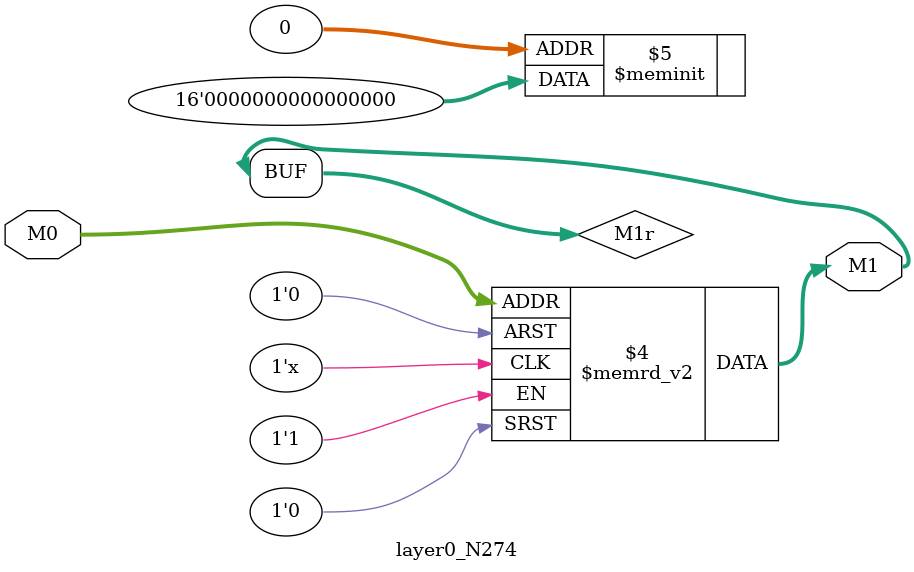
<source format=v>
module layer0_N274 ( input [2:0] M0, output [1:0] M1 );

	(*rom_style = "distributed" *) reg [1:0] M1r;
	assign M1 = M1r;
	always @ (M0) begin
		case (M0)
			3'b000: M1r = 2'b00;
			3'b100: M1r = 2'b00;
			3'b010: M1r = 2'b00;
			3'b110: M1r = 2'b00;
			3'b001: M1r = 2'b00;
			3'b101: M1r = 2'b00;
			3'b011: M1r = 2'b00;
			3'b111: M1r = 2'b00;

		endcase
	end
endmodule

</source>
